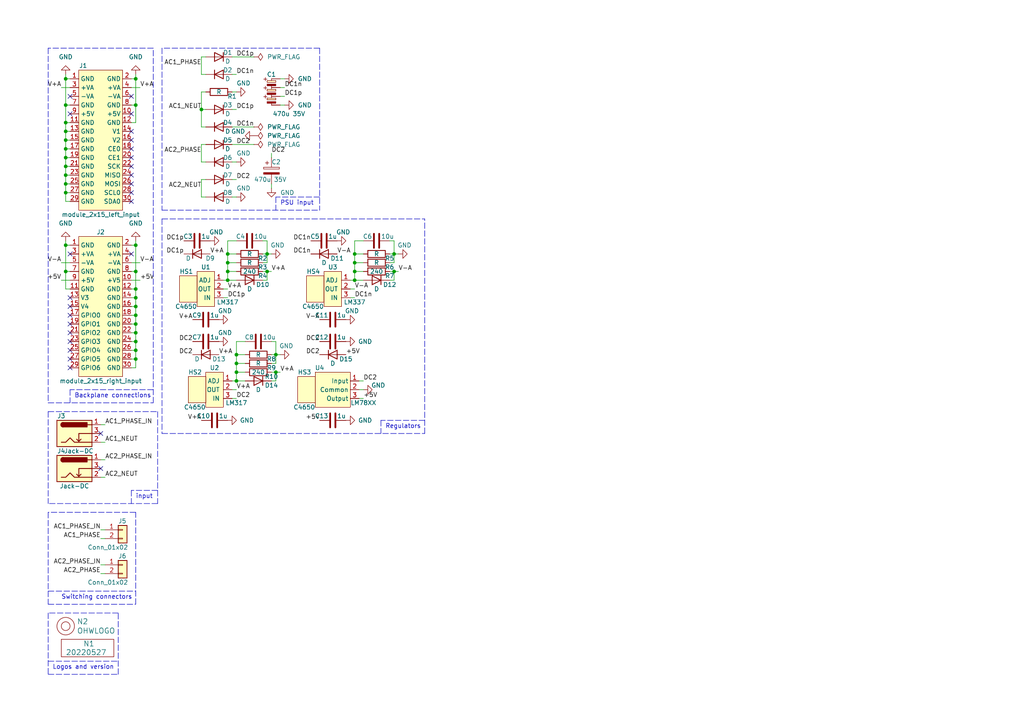
<source format=kicad_sch>
(kicad_sch (version 20211123) (generator eeschema)
  (paper "A4")
  (lib_symbols
    (symbol "Connector:Barrel_Jack_Switch" (pin_names hide)
      (property "Reference" "J" (at 0 5.334 0))
      (property "Value" "Barrel_Jack_Switch" (at 0 -5.08 0))
      (symbol "Barrel_Jack_Switch_0_1"
        (rectangle (start -5.08 3.81) (end 5.08 -3.81) (stroke (width 0.254)) (fill (type background)))
        (arc (start -3.302 3.175) (mid -3.937 2.54) (end -3.302 1.905) (stroke (width 0.254)))
        (arc (start -3.302 3.175) (mid -3.937 2.54) (end -3.302 1.905) (stroke (width 0.254)) (fill (type outline)))
        (polyline (pts (xy 1.27 -2.286) (xy 1.905 -1.651)) (stroke (width 0.254)))
        (polyline (pts (xy 5.08 2.54) (xy 3.81 2.54)) (stroke (width 0.254)))
        (polyline (pts (xy 5.08 0) (xy 1.27 0) (xy 1.27 -2.286) (xy 0.635 -1.651)) (stroke (width 0.254)))
        (polyline (pts (xy -3.81 -2.54) (xy -2.54 -2.54) (xy -1.27 -1.27) (xy 0 -2.54) (xy 2.54 -2.54) (xy 5.08 -2.54)) (stroke (width 0.254)))
        (rectangle (start 3.683 3.175) (end -3.302 1.905) (stroke (width 0.254)) (fill (type outline)))
      )
      (symbol "Barrel_Jack_Switch_1_1"
        (pin passive line (at 7.62 2.54 180) (length 2.54) (name "~") (number "1"))
        (pin passive line (at 7.62 -2.54 180) (length 2.54) (name "~") (number "2"))
        (pin passive line (at 7.62 0 180) (length 2.54) (name "~") (number "3"))
      )
    )
    (symbol "Connector_Generic:Conn_01x02" (pin_names (offset 1.016) hide)
      (property "Reference" "J" (at 0 2.54 0))
      (property "Value" "Conn_01x02" (at 0 -5.08 0))
      (symbol "Conn_01x02_1_1"
        (rectangle (start -1.27 -2.413) (end 0 -2.667) (stroke (width 0.1524)))
        (rectangle (start -1.27 0.127) (end 0 -0.127) (stroke (width 0.1524)))
        (rectangle (start -1.27 1.27) (end 1.27 -3.81) (stroke (width 0.254)) (fill (type background)))
        (pin passive line (at -5.08 0 0) (length 3.81) (name "Pin_1") (number "1"))
        (pin passive line (at -5.08 -2.54 0) (length 3.81) (name "Pin_2") (number "2"))
      )
    )
    (symbol "Device:C" (pin_numbers hide) (pin_names (offset 0.254))
      (property "Reference" "C" (at 0.635 2.54 0))
      (property "Value" "C" (at 0.635 -2.54 0))
      (symbol "C_0_1"
        (polyline (pts (xy -2.032 -0.762) (xy 2.032 -0.762)) (stroke (width 0.508)))
        (polyline (pts (xy -2.032 0.762) (xy 2.032 0.762)) (stroke (width 0.508)))
      )
      (symbol "C_1_1"
        (pin passive line (at 0 3.81 270) (length 2.794) (name "~") (number "1"))
        (pin passive line (at 0 -3.81 90) (length 2.794) (name "~") (number "2"))
      )
    )
    (symbol "Device:C_Polarized" (pin_numbers hide) (pin_names (offset 0.254))
      (property "Reference" "C" (at 0.635 2.54 0))
      (property "Value" "C_Polarized" (at 0.635 -2.54 0))
      (symbol "C_Polarized_0_1"
        (rectangle (start -2.286 0.508) (end 2.286 1.016))
        (polyline (pts (xy -1.778 2.286) (xy -0.762 2.286)))
        (polyline (pts (xy -1.27 2.794) (xy -1.27 1.778)))
        (rectangle (start 2.286 -0.508) (end -2.286 -1.016) (fill (type outline)))
      )
      (symbol "C_Polarized_1_1"
        (pin passive line (at 0 3.81 270) (length 2.794) (name "~") (number "1"))
        (pin passive line (at 0 -3.81 90) (length 2.794) (name "~") (number "2"))
      )
    )
    (symbol "Device:D" (pin_numbers hide) (pin_names (offset 1.016) hide)
      (property "Reference" "D" (at 0 2.54 0))
      (property "Value" "D" (at 0 -2.54 0))
      (symbol "D_0_1"
        (polyline (pts (xy -1.27 1.27) (xy -1.27 -1.27)) (stroke (width 0.254)))
        (polyline (pts (xy 1.27 0) (xy -1.27 0)))
        (polyline (pts (xy 1.27 1.27) (xy 1.27 -1.27) (xy -1.27 0) (xy 1.27 1.27)) (stroke (width 0.254)))
      )
      (symbol "D_1_1"
        (pin passive line (at -3.81 0 0) (length 2.54) (name "K") (number "1"))
        (pin passive line (at 3.81 0 180) (length 2.54) (name "A") (number "2"))
      )
    )
    (symbol "Device:R" (pin_numbers hide) (pin_names (offset 0))
      (property "Reference" "R" (at 2.032 0 90))
      (property "Value" "R" (at 0 0 90))
      (symbol "R_0_1"
        (rectangle (start -1.016 -2.54) (end 1.016 2.54) (stroke (width 0.254)))
      )
      (symbol "R_1_1"
        (pin passive line (at 0 3.81 270) (length 1.27) (name "~") (number "1"))
        (pin passive line (at 0 -3.81 90) (length 1.27) (name "~") (number "2"))
      )
    )
    (symbol "SquantorConnectorsNamed:module_2x15_left_input"
      (property "Reference" "J" (at 0 21.59 0))
      (property "Value" "module_2x15_left_input" (at 0 -21.59 0))
      (symbol "module_2x15_left_input_0_1"
        (rectangle (start -6.35 20.32) (end 6.35 -20.32) (fill (type background)))
      )
      (symbol "module_2x15_left_input_1_1"
        (pin power_in line (at -8.89 17.78 0) (length 2.54) (name "GND") (number "1"))
        (pin power_in line (at 8.89 7.62 180) (length 2.54) (name "+5V") (number "10"))
        (pin power_in line (at -8.89 5.08 0) (length 2.54) (name "GND") (number "11"))
        (pin power_in line (at 8.89 5.08 180) (length 2.54) (name "GND") (number "12"))
        (pin power_in line (at -8.89 2.54 0) (length 2.54) (name "GND") (number "13"))
        (pin power_in line (at 8.89 2.54 180) (length 2.54) (name "V1") (number "14"))
        (pin power_in line (at -8.89 0 0) (length 2.54) (name "GND") (number "15"))
        (pin power_in line (at 8.89 0 180) (length 2.54) (name "V2") (number "16"))
        (pin power_in line (at -8.89 -2.54 0) (length 2.54) (name "GND") (number "17"))
        (pin input line (at 8.89 -2.54 180) (length 2.54) (name "CE0") (number "18"))
        (pin power_in line (at -8.89 -5.08 0) (length 2.54) (name "GND") (number "19"))
        (pin power_in line (at 8.89 17.78 180) (length 2.54) (name "GND") (number "2"))
        (pin input line (at 8.89 -5.08 180) (length 2.54) (name "CE1") (number "20"))
        (pin power_in line (at -8.89 -7.62 0) (length 2.54) (name "GND") (number "21"))
        (pin input line (at 8.89 -7.62 180) (length 2.54) (name "SCK") (number "22"))
        (pin power_in line (at -8.89 -10.16 0) (length 2.54) (name "GND") (number "23"))
        (pin bidirectional line (at 8.89 -10.16 180) (length 2.54) (name "MISO") (number "24"))
        (pin power_in line (at -8.89 -12.7 0) (length 2.54) (name "GND") (number "25"))
        (pin input line (at 8.89 -12.7 180) (length 2.54) (name "MOSI") (number "26"))
        (pin power_in line (at -8.89 -15.24 0) (length 2.54) (name "GND") (number "27"))
        (pin bidirectional line (at 8.89 -15.24 180) (length 2.54) (name "SCL0") (number "28"))
        (pin power_in line (at -8.89 -17.78 0) (length 2.54) (name "GND") (number "29"))
        (pin power_in line (at -8.89 15.24 0) (length 2.54) (name "+VA") (number "3"))
        (pin bidirectional line (at 8.89 -17.78 180) (length 2.54) (name "SDA0") (number "30"))
        (pin power_in line (at 8.89 15.24 180) (length 2.54) (name "+VA") (number "4"))
        (pin power_in line (at -8.89 12.7 0) (length 2.54) (name "-VA") (number "5"))
        (pin power_in line (at 8.89 12.7 180) (length 2.54) (name "-VA") (number "6"))
        (pin power_in line (at -8.89 10.16 0) (length 2.54) (name "GND") (number "7"))
        (pin power_in line (at 8.89 10.16 180) (length 2.54) (name "GND") (number "8"))
        (pin power_in line (at -8.89 7.62 0) (length 2.54) (name "+5V") (number "9"))
      )
    )
    (symbol "SquantorConnectorsNamed:module_2x15_right_input"
      (property "Reference" "J" (at 0 19.05 0))
      (property "Value" "module_2x15_right_input" (at 0 -24.13 0))
      (symbol "module_2x15_right_input_0_1"
        (rectangle (start -6.35 17.78) (end 6.35 -22.86) (fill (type background)))
      )
      (symbol "module_2x15_right_input_1_1"
        (pin power_in line (at -8.89 15.24 0) (length 2.54) (name "GND") (number "1"))
        (pin power_in line (at 8.89 5.08 180) (length 2.54) (name "+V5") (number "10"))
        (pin power_in line (at -8.89 2.54 0) (length 2.54) (name "GND") (number "11"))
        (pin power_in line (at 8.89 2.54 180) (length 2.54) (name "GND") (number "12"))
        (pin power_in line (at -8.89 0 0) (length 2.54) (name "V3") (number "13"))
        (pin power_in line (at 8.89 0 180) (length 2.54) (name "GND") (number "14"))
        (pin power_in line (at -8.89 -2.54 0) (length 2.54) (name "V4") (number "15"))
        (pin power_in line (at 8.89 -2.54 180) (length 2.54) (name "GND") (number "16"))
        (pin bidirectional line (at -8.89 -5.08 0) (length 2.54) (name "GPIO0") (number "17"))
        (pin power_in line (at 8.89 -5.08 180) (length 2.54) (name "GND") (number "18"))
        (pin bidirectional line (at -8.89 -7.62 0) (length 2.54) (name "GPIO1") (number "19"))
        (pin power_in line (at 8.89 15.24 180) (length 2.54) (name "GND") (number "2"))
        (pin power_in line (at 8.89 -7.62 180) (length 2.54) (name "GND") (number "20"))
        (pin bidirectional line (at -8.89 -10.16 0) (length 2.54) (name "GPIO2") (number "21"))
        (pin power_in line (at 8.89 -10.16 180) (length 2.54) (name "GND") (number "22"))
        (pin bidirectional line (at -8.89 -12.7 0) (length 2.54) (name "GPIO3") (number "23"))
        (pin power_in line (at 8.89 -12.7 180) (length 2.54) (name "GND") (number "24"))
        (pin bidirectional line (at -8.89 -15.24 0) (length 2.54) (name "GPIO4") (number "25"))
        (pin power_in line (at 8.89 -15.24 180) (length 2.54) (name "GND") (number "26"))
        (pin bidirectional line (at -8.89 -17.78 0) (length 2.54) (name "GPIO5") (number "27"))
        (pin power_in line (at 8.89 -17.78 180) (length 2.54) (name "GND") (number "28"))
        (pin bidirectional line (at -8.89 -20.32 0) (length 2.54) (name "GPIO6") (number "29"))
        (pin power_in line (at -8.89 12.7 0) (length 2.54) (name "+VA") (number "3"))
        (pin power_in line (at 8.89 -20.32 180) (length 2.54) (name "GND") (number "30"))
        (pin power_in line (at 8.89 12.7 180) (length 2.54) (name "+VA") (number "4"))
        (pin power_in line (at -8.89 10.16 0) (length 2.54) (name "-VA") (number "5"))
        (pin power_in line (at 8.89 10.16 180) (length 2.54) (name "-VA") (number "6"))
        (pin power_in line (at -8.89 7.62 0) (length 2.54) (name "GND") (number "7"))
        (pin power_in line (at 8.89 7.62 180) (length 2.54) (name "GND") (number "8"))
        (pin power_in line (at -8.89 5.08 0) (length 2.54) (name "+5V") (number "9"))
      )
    )
    (symbol "SquantorDevice:C_Polarized_3x" (pin_numbers hide) (pin_names hide)
      (property "Reference" "C" (at 0 5.08 0))
      (property "Value" "C_Polarized_3x" (at 0 -5.08 0))
      (symbol "C_Polarized_3x_0_0"
        (polyline (pts (xy 0 -3.302) (xy 0 -3.81)))
        (polyline (pts (xy 0 -0.762) (xy 0 -1.778)))
        (polyline (pts (xy 0 1.778) (xy 0 0.762)))
        (polyline (pts (xy 0 3.81) (xy 0 3.302)))
        (text "+" (at -1.778 -1.27 0) (effects (font (size 1.27 1.27))))
        (text "+" (at -1.778 1.27 0) (effects (font (size 1.27 1.27))))
        (text "+" (at -1.778 3.81 0) (effects (font (size 1.27 1.27))))
      )
      (symbol "C_Polarized_3x_0_1"
        (rectangle (start -1.27 -3.302) (end 1.27 -2.794) (fill (type outline)))
        (rectangle (start -1.27 -1.778) (end 1.27 -2.286) (fill (type background)))
        (rectangle (start -1.27 -0.762) (end 1.27 -0.254) (fill (type outline)))
        (rectangle (start -1.27 0.762) (end 1.27 0.254) (fill (type background)))
        (rectangle (start -1.27 1.778) (end 1.27 2.286) (fill (type outline)))
        (rectangle (start -1.27 3.302) (end 1.27 2.794) (fill (type background)))
      )
      (symbol "C_Polarized_3x_1_1"
        (pin passive line (at 2.54 3.81 180) (length 2.54) (name "~") (number "1"))
        (pin passive line (at 2.54 1.27 180) (length 2.54) (name "~") (number "2"))
        (pin passive line (at 2.54 -1.27 180) (length 2.54) (name "~") (number "3"))
        (pin passive line (at 2.54 -3.81 180) (length 2.54) (name "~") (number "4"))
      )
    )
    (symbol "SquantorGenericAnalog:LM317" (pin_names (offset 1.016))
      (property "Reference" "U" (at 0 6.35 0))
      (property "Value" "LM317" (at 0 -6.35 0))
      (symbol "LM317_0_1"
        (polyline (pts (xy -2.54 5.08) (xy -2.54 -5.08) (xy 2.54 -5.08) (xy 2.54 5.08) (xy -2.54 5.08)) (fill (type background)))
      )
      (symbol "LM317_1_1"
        (pin input line (at -5.08 2.54 0) (length 2.54) (name "ADJ") (number "1"))
        (pin power_out line (at -5.08 0 0) (length 2.54) (name "OUT") (number "2"))
        (pin power_in line (at -5.08 -2.54 0) (length 2.54) (name "IN") (number "3"))
      )
    )
    (symbol "SquantorGenericAnalog:LM78XX"
      (property "Reference" "U" (at -3.81 6.35 0))
      (property "Value" "LM78XX" (at 1.27 -6.35 0))
      (symbol "LM78XX_0_1"
        (rectangle (start -5.08 5.08) (end 5.08 -5.08) (fill (type background)))
      )
      (symbol "LM78XX_1_1"
        (pin power_in line (at -7.62 2.54 0) (length 2.54) (name "Input") (number "1"))
        (pin power_in line (at -7.62 0 0) (length 2.54) (name "Common") (number "2"))
        (pin power_out line (at -7.62 -2.54 0) (length 2.54) (name "Output") (number "3"))
      )
    )
    (symbol "SquantorLabels:OHWLOGO" (pin_names (offset 1.016))
      (property "Reference" "N" (at 0 3.81 0))
      (property "Value" "OHWLOGO" (at 0 -3.81 0))
      (symbol "OHWLOGO_0_1"
        (circle (center 0 0) (radius 1.27))
        (circle (center 0 0) (radius 2.54))
      )
    )
    (symbol "SquantorLabels:VYYYYMMDD" (pin_names (offset 1.016))
      (property "Reference" "N" (at 0 2.54 0))
      (property "Value" "VYYYYMMDD" (at 0 0 0))
      (symbol "VYYYYMMDD_0_1"
        (rectangle (start 7.62 -1.27) (end -7.62 3.81))
      )
    )
    (symbol "SquantorSpecial:Heatsink" (pin_names (offset 1.016))
      (property "Reference" "HS" (at 0 3.81 0))
      (property "Value" "Heatsink" (at 0 -3.81 0))
      (symbol "Heatsink_0_1"
        (rectangle (start -3.81 2.54) (end 3.81 -2.54) (fill (type background)))
      )
    )
    (symbol "power:GND" (power) (pin_names (offset 0))
      (property "Value" "GND" (at 0 -3.81 0))
      (symbol "GND_0_1"
        (polyline (pts (xy 0 0) (xy 0 -1.27) (xy 1.27 -1.27) (xy 0 -2.54) (xy -1.27 -1.27) (xy 0 -1.27)))
      )
      (symbol "GND_1_1"
        (pin power_in line (at 0 0 270) (length 0) hide (name "GND") (number "1"))
      )
    )
    (symbol "power:PWR_FLAG" (power) (pin_numbers hide) (pin_names (offset 0) hide)
      (property "Value" "PWR_FLAG" (at 0 3.81 0))
      (symbol "PWR_FLAG_0_0"
        (pin power_out line (at 0 0 90) (length 0) (name "pwr") (number "1"))
      )
      (symbol "PWR_FLAG_0_1"
        (polyline (pts (xy 0 0) (xy 0 1.27) (xy -1.016 1.905) (xy 0 2.54) (xy 1.016 1.905) (xy 0 1.27)))
      )
    )
  )
  (junction (at 19.05 71.12))
  (junction (at 102.87 76.2))
  (junction (at 102.87 78.74))
  (junction (at 19.05 38.1))
  (junction (at 39.37 101.6))
  (junction (at 19.05 48.26))
  (junction (at 19.05 55.88))
  (junction (at 39.37 91.44))
  (junction (at 39.37 22.86))
  (junction (at 19.05 35.56))
  (junction (at 39.37 88.9))
  (junction (at 19.05 40.64))
  (junction (at 39.37 104.14))
  (junction (at 102.87 73.66))
  (junction (at 114.3 73.66))
  (junction (at 19.05 53.34))
  (junction (at 80.01 102.87))
  (junction (at 68.58 107.95))
  (junction (at 77.47 78.74))
  (junction (at 19.05 78.74))
  (junction (at 39.37 96.52))
  (junction (at 39.37 86.36))
  (junction (at 102.87 81.28))
  (junction (at 66.04 78.74))
  (junction (at 66.04 81.28))
  (junction (at 68.58 102.87))
  (junction (at 77.47 73.66))
  (junction (at 58.42 31.75))
  (junction (at 68.58 105.41))
  (junction (at 66.04 73.66))
  (junction (at 19.05 50.8))
  (junction (at 80.01 107.95))
  (junction (at 39.37 30.48))
  (junction (at 66.04 76.2))
  (junction (at 114.3 78.74))
  (junction (at 19.05 43.18))
  (junction (at 19.05 30.48))
  (junction (at 19.05 45.72))
  (junction (at 39.37 71.12))
  (junction (at 68.58 110.49))
  (junction (at 39.37 99.06))
  (junction (at 19.05 22.86))
  (junction (at 39.37 93.98))
  (junction (at 39.37 78.74))
  (junction (at 39.37 83.82))
  (no_connect (at 38.1 50.8))
  (no_connect (at 20.32 27.94))
  (no_connect (at 38.1 38.1))
  (no_connect (at 38.1 55.88))
  (no_connect (at 38.1 43.18))
  (no_connect (at 20.32 99.06))
  (no_connect (at 20.32 73.66))
  (no_connect (at 38.1 27.94))
  (no_connect (at 38.1 48.26))
  (no_connect (at 20.32 86.36))
  (no_connect (at 20.32 88.9))
  (no_connect (at 20.32 33.02))
  (no_connect (at 38.1 40.64))
  (no_connect (at 20.32 104.14))
  (no_connect (at 38.1 73.66))
  (no_connect (at 38.1 53.34))
  (no_connect (at 20.32 96.52))
  (no_connect (at 20.32 106.68))
  (no_connect (at 38.1 58.42))
  (no_connect (at 38.1 45.72))
  (no_connect (at 29.21 135.89))
  (no_connect (at 20.32 91.44))
  (no_connect (at 20.32 93.98))
  (no_connect (at 29.21 125.73))
  (no_connect (at 20.32 101.6))
  (no_connect (at 38.1 33.02))
  (wire (pts (xy 114.3 81.28) (xy 114.3 78.74)))
  (polyline (pts (xy 20.32 113.03) (xy 20.32 116.84)))
  (wire (pts (xy 29.21 163.83) (xy 30.48 163.83)))
  (wire (pts (xy 19.05 53.34) (xy 19.05 55.88)))
  (wire (pts (xy 80.01 105.41) (xy 80.01 102.87)))
  (wire (pts (xy 114.3 73.66) (xy 114.3 69.85)))
  (wire (pts (xy 19.05 35.56) (xy 19.05 38.1)))
  (wire (pts (xy 19.05 45.72) (xy 20.32 45.72)))
  (wire (pts (xy 19.05 30.48) (xy 20.32 30.48)))
  (polyline (pts (xy 123.19 121.92) (xy 110.49 121.92)))
  (wire (pts (xy 19.05 43.18) (xy 20.32 43.18)))
  (wire (pts (xy 113.03 73.66) (xy 114.3 73.66)))
  (wire (pts (xy 29.21 138.43) (xy 30.48 138.43)))
  (wire (pts (xy 101.6 81.28) (xy 102.87 81.28)))
  (wire (pts (xy 19.05 55.88) (xy 20.32 55.88)))
  (wire (pts (xy 19.05 22.86) (xy 19.05 30.48)))
  (polyline (pts (xy 123.19 125.73) (xy 123.19 63.5)))
  (wire (pts (xy 67.31 113.03) (xy 68.58 113.03)))
  (wire (pts (xy 68.58 99.06) (xy 68.58 102.87)))
  (wire (pts (xy 81.28 30.48) (xy 82.55 30.48)))
  (wire (pts (xy 68.58 105.41) (xy 71.12 105.41)))
  (wire (pts (xy 67.31 26.67) (xy 68.58 26.67)))
  (wire (pts (xy 38.1 25.4) (xy 40.64 25.4)))
  (wire (pts (xy 39.37 71.12) (xy 39.37 69.85)))
  (wire (pts (xy 67.31 31.75) (xy 68.58 31.75)))
  (wire (pts (xy 19.05 45.72) (xy 19.05 48.26)))
  (wire (pts (xy 39.37 88.9) (xy 39.37 86.36)))
  (polyline (pts (xy 13.97 177.8) (xy 13.97 195.58)))
  (wire (pts (xy 67.31 57.15) (xy 68.58 57.15)))
  (polyline (pts (xy 13.97 119.38) (xy 13.97 146.05)))
  (polyline (pts (xy 34.29 177.8) (xy 13.97 177.8)))
  (wire (pts (xy 38.1 76.2) (xy 40.64 76.2)))
  (wire (pts (xy 19.05 21.59) (xy 19.05 22.86)))
  (wire (pts (xy 64.77 83.82) (xy 66.04 83.82)))
  (polyline (pts (xy 46.99 13.97) (xy 46.99 60.96)))
  (wire (pts (xy 80.01 102.87) (xy 81.28 102.87)))
  (wire (pts (xy 58.42 31.75) (xy 59.69 31.75)))
  (wire (pts (xy 39.37 91.44) (xy 39.37 88.9)))
  (wire (pts (xy 38.1 81.28) (xy 40.64 81.28)))
  (wire (pts (xy 58.42 52.07) (xy 58.42 57.15)))
  (wire (pts (xy 59.69 16.51) (xy 58.42 16.51)))
  (polyline (pts (xy 46.99 63.5) (xy 123.19 63.5)))
  (wire (pts (xy 104.14 113.03) (xy 105.41 113.03)))
  (polyline (pts (xy 45.72 142.24) (xy 38.1 142.24)))
  (polyline (pts (xy 13.97 175.26) (xy 39.37 175.26)))
  (polyline (pts (xy 44.45 116.84) (xy 44.45 13.97)))
  (wire (pts (xy 113.03 76.2) (xy 114.3 76.2)))
  (wire (pts (xy 59.69 57.15) (xy 58.42 57.15)))
  (wire (pts (xy 19.05 38.1) (xy 19.05 40.64)))
  (wire (pts (xy 29.21 128.27) (xy 30.48 128.27)))
  (wire (pts (xy 39.37 22.86) (xy 38.1 22.86)))
  (wire (pts (xy 19.05 50.8) (xy 19.05 53.34)))
  (wire (pts (xy 102.87 76.2) (xy 102.87 78.74)))
  (wire (pts (xy 80.01 102.87) (xy 80.01 99.06)))
  (wire (pts (xy 59.69 21.59) (xy 58.42 21.59)))
  (wire (pts (xy 39.37 35.56) (xy 38.1 35.56)))
  (wire (pts (xy 39.37 106.68) (xy 39.37 104.14)))
  (wire (pts (xy 68.58 73.66) (xy 66.04 73.66)))
  (polyline (pts (xy 13.97 119.38) (xy 45.72 119.38)))
  (wire (pts (xy 58.42 41.91) (xy 58.42 46.99)))
  (wire (pts (xy 66.04 73.66) (xy 66.04 76.2)))
  (wire (pts (xy 66.04 76.2) (xy 68.58 76.2)))
  (polyline (pts (xy 92.71 13.97) (xy 92.71 60.96)))
  (polyline (pts (xy 13.97 116.84) (xy 44.45 116.84)))
  (polyline (pts (xy 13.97 148.59) (xy 13.97 175.26)))
  (wire (pts (xy 58.42 36.83) (xy 59.69 36.83)))
  (wire (pts (xy 71.12 99.06) (xy 68.58 99.06)))
  (wire (pts (xy 102.87 73.66) (xy 102.87 76.2)))
  (wire (pts (xy 19.05 43.18) (xy 19.05 45.72)))
  (wire (pts (xy 81.28 27.94) (xy 82.55 27.94)))
  (wire (pts (xy 39.37 30.48) (xy 39.37 35.56)))
  (wire (pts (xy 19.05 38.1) (xy 20.32 38.1)))
  (wire (pts (xy 78.74 44.45) (xy 78.74 45.72)))
  (wire (pts (xy 67.31 21.59) (xy 68.58 21.59)))
  (polyline (pts (xy 45.72 119.38) (xy 45.72 146.05)))
  (wire (pts (xy 38.1 106.68) (xy 39.37 106.68)))
  (wire (pts (xy 58.42 52.07) (xy 59.69 52.07)))
  (wire (pts (xy 19.05 58.42) (xy 20.32 58.42)))
  (wire (pts (xy 76.2 73.66) (xy 77.47 73.66)))
  (wire (pts (xy 38.1 104.14) (xy 39.37 104.14)))
  (wire (pts (xy 19.05 71.12) (xy 19.05 69.85)))
  (wire (pts (xy 38.1 86.36) (xy 39.37 86.36)))
  (polyline (pts (xy 46.99 125.73) (xy 123.19 125.73)))
  (wire (pts (xy 68.58 102.87) (xy 68.58 105.41)))
  (wire (pts (xy 17.78 76.2) (xy 20.32 76.2)))
  (wire (pts (xy 77.47 69.85) (xy 76.2 69.85)))
  (wire (pts (xy 17.78 81.28) (xy 20.32 81.28)))
  (polyline (pts (xy 38.1 142.24) (xy 38.1 146.05)))
  (wire (pts (xy 39.37 21.59) (xy 39.37 22.86)))
  (wire (pts (xy 19.05 48.26) (xy 19.05 50.8)))
  (wire (pts (xy 78.74 107.95) (xy 80.01 107.95)))
  (wire (pts (xy 19.05 35.56) (xy 20.32 35.56)))
  (wire (pts (xy 19.05 48.26) (xy 20.32 48.26)))
  (wire (pts (xy 104.14 110.49) (xy 105.41 110.49)))
  (wire (pts (xy 29.21 156.21) (xy 30.48 156.21)))
  (wire (pts (xy 19.05 50.8) (xy 20.32 50.8)))
  (wire (pts (xy 77.47 76.2) (xy 77.47 73.66)))
  (wire (pts (xy 68.58 105.41) (xy 68.58 107.95)))
  (wire (pts (xy 58.42 26.67) (xy 58.42 31.75)))
  (wire (pts (xy 19.05 30.48) (xy 19.05 35.56)))
  (wire (pts (xy 113.03 78.74) (xy 114.3 78.74)))
  (wire (pts (xy 39.37 101.6) (xy 39.37 99.06)))
  (wire (pts (xy 77.47 81.28) (xy 77.47 78.74)))
  (polyline (pts (xy 44.45 113.03) (xy 20.32 113.03)))
  (wire (pts (xy 114.3 69.85) (xy 113.03 69.85)))
  (wire (pts (xy 38.1 83.82) (xy 39.37 83.82)))
  (wire (pts (xy 67.31 115.57) (xy 68.58 115.57)))
  (polyline (pts (xy 46.99 60.96) (xy 92.71 60.96)))
  (wire (pts (xy 19.05 53.34) (xy 20.32 53.34)))
  (wire (pts (xy 39.37 78.74) (xy 39.37 71.12)))
  (wire (pts (xy 38.1 96.52) (xy 39.37 96.52)))
  (polyline (pts (xy 46.99 63.5) (xy 46.99 125.73)))
  (wire (pts (xy 67.31 52.07) (xy 68.58 52.07)))
  (wire (pts (xy 102.87 78.74) (xy 105.41 78.74)))
  (wire (pts (xy 80.01 110.49) (xy 80.01 107.95)))
  (wire (pts (xy 64.77 81.28) (xy 66.04 81.28)))
  (wire (pts (xy 29.21 133.35) (xy 30.48 133.35)))
  (wire (pts (xy 67.31 36.83) (xy 73.66 36.83)))
  (wire (pts (xy 68.58 107.95) (xy 71.12 107.95)))
  (wire (pts (xy 102.87 76.2) (xy 105.41 76.2)))
  (wire (pts (xy 105.41 73.66) (xy 102.87 73.66)))
  (wire (pts (xy 29.21 123.19) (xy 30.48 123.19)))
  (wire (pts (xy 19.05 40.64) (xy 19.05 43.18)))
  (wire (pts (xy 105.41 81.28) (xy 102.87 81.28)))
  (wire (pts (xy 78.74 102.87) (xy 80.01 102.87)))
  (wire (pts (xy 29.21 153.67) (xy 30.48 153.67)))
  (wire (pts (xy 39.37 30.48) (xy 38.1 30.48)))
  (wire (pts (xy 114.3 78.74) (xy 115.57 78.74)))
  (wire (pts (xy 77.47 73.66) (xy 77.47 69.85)))
  (wire (pts (xy 58.42 31.75) (xy 58.42 36.83)))
  (wire (pts (xy 59.69 26.67) (xy 58.42 26.67)))
  (wire (pts (xy 39.37 99.06) (xy 39.37 96.52)))
  (polyline (pts (xy 34.29 195.58) (xy 34.29 177.8)))
  (wire (pts (xy 17.78 25.4) (xy 20.32 25.4)))
  (wire (pts (xy 39.37 86.36) (xy 39.37 83.82)))
  (wire (pts (xy 101.6 86.36) (xy 102.87 86.36)))
  (polyline (pts (xy 13.97 195.58) (xy 34.29 195.58)))
  (wire (pts (xy 39.37 93.98) (xy 39.37 91.44)))
  (wire (pts (xy 102.87 81.28) (xy 102.87 78.74)))
  (wire (pts (xy 38.1 78.74) (xy 39.37 78.74)))
  (polyline (pts (xy 13.97 13.97) (xy 13.97 116.84)))
  (wire (pts (xy 113.03 81.28) (xy 114.3 81.28)))
  (wire (pts (xy 71.12 110.49) (xy 68.58 110.49)))
  (wire (pts (xy 68.58 110.49) (xy 68.58 107.95)))
  (wire (pts (xy 66.04 76.2) (xy 66.04 78.74)))
  (wire (pts (xy 78.74 53.34) (xy 78.74 54.61)))
  (wire (pts (xy 66.04 78.74) (xy 68.58 78.74)))
  (wire (pts (xy 66.04 69.85) (xy 66.04 73.66)))
  (wire (pts (xy 81.28 22.86) (xy 82.55 22.86)))
  (wire (pts (xy 71.12 102.87) (xy 68.58 102.87)))
  (wire (pts (xy 29.21 166.37) (xy 30.48 166.37)))
  (wire (pts (xy 38.1 71.12) (xy 39.37 71.12)))
  (wire (pts (xy 67.31 110.49) (xy 68.58 110.49)))
  (wire (pts (xy 67.31 16.51) (xy 73.66 16.51)))
  (wire (pts (xy 101.6 83.82) (xy 102.87 83.82)))
  (wire (pts (xy 39.37 96.52) (xy 39.37 93.98)))
  (wire (pts (xy 67.31 46.99) (xy 68.58 46.99)))
  (polyline (pts (xy 39.37 175.26) (xy 39.37 148.59)))
  (wire (pts (xy 64.77 86.36) (xy 66.04 86.36)))
  (polyline (pts (xy 13.97 171.45) (xy 39.37 171.45)))
  (wire (pts (xy 114.3 73.66) (xy 115.57 73.66)))
  (wire (pts (xy 39.37 22.86) (xy 39.37 30.48)))
  (wire (pts (xy 39.37 83.82) (xy 39.37 78.74)))
  (wire (pts (xy 38.1 91.44) (xy 39.37 91.44)))
  (wire (pts (xy 77.47 78.74) (xy 78.74 78.74)))
  (wire (pts (xy 80.01 99.06) (xy 78.74 99.06)))
  (polyline (pts (xy 45.72 146.05) (xy 13.97 146.05)))
  (wire (pts (xy 19.05 83.82) (xy 19.05 78.74)))
  (wire (pts (xy 39.37 104.14) (xy 39.37 101.6)))
  (wire (pts (xy 38.1 88.9) (xy 39.37 88.9)))
  (wire (pts (xy 80.01 107.95) (xy 81.28 107.95)))
  (wire (pts (xy 19.05 55.88) (xy 19.05 58.42)))
  (wire (pts (xy 59.69 41.91) (xy 58.42 41.91)))
  (wire (pts (xy 19.05 78.74) (xy 19.05 71.12)))
  (wire (pts (xy 20.32 78.74) (xy 19.05 78.74)))
  (wire (pts (xy 76.2 81.28) (xy 77.47 81.28)))
  (wire (pts (xy 102.87 69.85) (xy 102.87 73.66)))
  (wire (pts (xy 38.1 101.6) (xy 39.37 101.6)))
  (wire (pts (xy 38.1 93.98) (xy 39.37 93.98)))
  (wire (pts (xy 19.05 22.86) (xy 20.32 22.86)))
  (wire (pts (xy 78.74 105.41) (xy 80.01 105.41)))
  (polyline (pts (xy 110.49 121.92) (xy 110.49 125.73)))
  (polyline (pts (xy 92.71 57.15) (xy 80.01 57.15)))
  (polyline (pts (xy 39.37 148.59) (xy 13.97 148.59)))
  (wire (pts (xy 76.2 76.2) (xy 77.47 76.2)))
  (wire (pts (xy 114.3 76.2) (xy 114.3 73.66)))
  (wire (pts (xy 20.32 83.82) (xy 19.05 83.82)))
  (wire (pts (xy 68.58 81.28) (xy 66.04 81.28)))
  (wire (pts (xy 58.42 16.51) (xy 58.42 21.59)))
  (polyline (pts (xy 80.01 57.15) (xy 80.01 60.96)))
  (wire (pts (xy 38.1 99.06) (xy 39.37 99.06)))
  (wire (pts (xy 20.32 71.12) (xy 19.05 71.12)))
  (wire (pts (xy 19.05 40.64) (xy 20.32 40.64)))
  (polyline (pts (xy 13.97 191.77) (xy 34.29 191.77)))
  (wire (pts (xy 77.47 73.66) (xy 78.74 73.66)))
  (polyline (pts (xy 44.45 13.97) (xy 13.97 13.97)))
  (wire (pts (xy 76.2 78.74) (xy 77.47 78.74)))
  (wire (pts (xy 81.28 25.4) (xy 82.55 25.4)))
  (wire (pts (xy 78.74 110.49) (xy 80.01 110.49)))
  (polyline (pts (xy 92.71 13.97) (xy 46.99 13.97)))
  (wire (pts (xy 104.14 115.57) (xy 105.41 115.57)))
  (wire (pts (xy 105.41 69.85) (xy 102.87 69.85)))
  (wire (pts (xy 67.31 41.91) (xy 73.66 41.91)))
  (wire (pts (xy 68.58 69.85) (xy 66.04 69.85)))
  (wire (pts (xy 59.69 46.99) (xy 58.42 46.99)))
  (wire (pts (xy 66.04 81.28) (xy 66.04 78.74)))
  (text "Backplane connections" (at 21.59 115.57 0) (effects (font (size 1.27 1.27)) (justify left bottom)))
  (text "input" (at 39.37 144.78 0) (effects (font (size 1.27 1.27)) (justify left bottom)))
  (text "Logos and version" (at 15.24 194.31 0) (effects (font (size 1.27 1.27)) (justify left bottom)))
  (text "PSU input" (at 81.28 59.69 0) (effects (font (size 1.27 1.27)) (justify left bottom)))
  (text "Switching connectors" (at 17.78 173.99 0) (effects (font (size 1.27 1.27)) (justify left bottom)))
  (text "Regulators" (at 111.76 124.46 0) (effects (font (size 1.27 1.27)) (justify left bottom)))
  (label "DC1n" (at 102.87 86.36 0))
  (label "DC2" (at 68.58 52.07 0))
  (label "V+A" (at 78.74 78.74 0))
  (label "AC2_NEUT" (at 58.42 54.61 180))
  (label "AC2_PHASE_IN" (at 29.21 163.83 180))
  (label "DC2" (at 78.74 44.45 0))
  (label "+5V" (at 100.33 102.87 0))
  (label "+5V" (at 92.71 121.92 180))
  (label "DC1p" (at 53.34 69.85 180))
  (label "DC1p" (at 53.34 73.66 180))
  (label "V+A" (at 58.42 121.92 180))
  (label "AC1_PHASE" (at 58.42 19.05 180))
  (label "DC1p" (at 68.58 31.75 0))
  (label "AC1_NEUT" (at 58.42 31.75 180))
  (label "DC1n" (at 90.17 69.85 180))
  (label "V-A" (at 17.78 76.2 180))
  (label "DC2" (at 68.58 115.57 0))
  (label "DC1n" (at 68.58 36.83 0))
  (label "AC2_PHASE" (at 58.42 44.45 180))
  (label "V+A" (at 55.88 92.71 180))
  (label "AC1_PHASE_IN" (at 30.48 123.19 0))
  (label "V-A" (at 40.64 76.2 0))
  (label "V-A" (at 102.87 83.82 0))
  (label "DC1p" (at 66.04 86.36 0))
  (label "AC1_NEUT" (at 30.48 128.27 0))
  (label "DC1n" (at 68.58 21.59 0))
  (label "AC1_PHASE_IN" (at 29.21 153.67 180))
  (label "V+A" (at 63.5 102.87 0))
  (label "V-A" (at 115.57 78.74 0))
  (label "V+A" (at 40.64 25.4 0))
  (label "V+A" (at 66.04 83.82 0))
  (label "+5V" (at 105.41 115.57 0))
  (label "DC2" (at 68.58 41.91 0))
  (label "+5V" (at 40.64 81.28 0))
  (label "DC2" (at 92.71 102.87 180))
  (label "DC1n" (at 82.55 25.4 0))
  (label "AC2_PHASE" (at 29.21 166.37 180))
  (label "V+A" (at 17.78 25.4 180))
  (label "AC2_NEUT" (at 30.48 138.43 0))
  (label "DC1p" (at 68.58 16.51 0))
  (label "DC1p" (at 82.55 27.94 0))
  (label "V+A" (at 68.58 113.03 0))
  (label "V-A" (at 97.79 73.66 0))
  (label "DC1n" (at 90.17 73.66 180))
  (label "DC2" (at 55.88 102.87 180))
  (label "V-A" (at 92.71 92.71 180))
  (label "AC1_PHASE" (at 29.21 156.21 180))
  (label "DC2" (at 55.88 99.06 180))
  (label "DC2" (at 92.71 99.06 180))
  (label "V+A" (at 81.28 107.95 0))
  (label "+5V" (at 17.78 81.28 180))
  (label "DC2" (at 105.41 110.49 0))
  (label "AC2_PHASE_IN" (at 30.48 133.35 0))
  (label "V+A" (at 60.96 73.66 0))
  (symbol (lib_id "SquantorLabels:VYYYYMMDD") (at 25.4 189.23 0) (unit 1)
    (property "Reference" "N1" (at 24.13 186.69 0) (effects (font (size 1.524 1.524)) (justify left)))
    (property "Value" "20220527" (at 19.05 189.23 0) (effects (font (size 1.524 1.524)) (justify left)))
    (property "Footprint" "SquantorLabels:Label_Generic" (effects hide))
  )
  (symbol (lib_id "SquantorLabels:OHWLOGO") (at 19.05 181.61 0) (unit 1)
    (property "Reference" "N2" (at 22.3012 180.2638 0) (effects (font (size 1.524 1.524)) (justify left)))
    (property "Value" "OHWLOGO" (at 22.3012 182.9562 0) (effects (font (size 1.524 1.524)) (justify left)))
    (property "Footprint" "Symbol:OSHW-Symbol_6.7x6mm_SilkScreen" (effects hide))
  )
  (symbol (lib_id "Device:C") (at 109.22 69.85 90) (unit 1)
    (property "Reference" "C6" (at 107.95 68.58 90) (effects (justify left)))
    (property "Value" "10u" (at 114.3 68.58 90) (effects (justify left)))
    (property "Footprint" "SquantorRcl:C_0805+0603" (effects hide))
  )
  (symbol (lib_id "power:GND") (at 100.33 99.06 90) (unit 1)
    (property "Reference" "#PWR0119" (effects hide))
    (property "Value" "GND" (at 107.95 99.06 90) (effects (justify left)))
  )
  (symbol (lib_id "Device:R") (at 63.5 26.67 90) (unit 1)
    (property "Reference" "R1" (at 67.31 27.94 90))
    (property "Value" "R" (at 63.5 26.67 90))
    (property "Footprint" "SquantorRcl:R_1206" (effects hide))
  )
  (symbol (lib_id "power:GND") (at 66.04 121.92 90) (unit 1)
    (property "Reference" "#PWR0114" (effects hide))
    (property "Value" "GND" (at 73.66 121.92 90) (effects (justify left)))
  )
  (symbol (lib_id "Device:C") (at 59.69 99.06 90) (unit 1)
    (property "Reference" "C7" (at 58.42 97.79 90) (effects (justify left)))
    (property "Value" "1u" (at 63.5 97.79 90) (effects (justify left)))
    (property "Footprint" "SquantorRcl:C_0805+0603" (effects hide))
  )
  (symbol (lib_id "power:GND") (at 63.5 99.06 90) (unit 1)
    (property "Reference" "#PWR0112" (effects hide))
    (property "Value" "GND" (at 67.31 96.52 90) (effects (justify left)))
  )
  (symbol (lib_id "SquantorSpecial:Heatsink") (at 57.15 113.03 90) (unit 1)
    (property "Reference" "HS2" (at 54.61 107.95 90) (effects (justify right)))
    (property "Value" "C4650" (at 53.34 118.11 90) (effects (justify right)))
    (property "Footprint" "SquantorHeatsink:XSD_C4650" (effects hide))
  )
  (symbol (lib_id "power:GND") (at 73.66 39.37 270) (unit 1)
    (property "Reference" "#PWR?" (effects hide))
    (property "Value" "GND" (at 71.12 38.1 90) (effects (justify right)))
  )
  (symbol (lib_id "Device:D") (at 63.5 57.15 0) (unit 1)
    (property "Reference" "D8" (at 66.04 55.88 0))
    (property "Value" "D" (at 66.04 58.42 0))
    (property "Footprint" "Diode_SMD:D_SOD-123F" (effects hide))
  )
  (symbol (lib_id "power:PWR_FLAG") (at 73.66 16.51 270) (unit 1)
    (property "Reference" "#FLG?" (effects hide))
    (property "Value" "PWR_FLAG" (at 77.47 16.5099 90) (effects (justify left)))
  )
  (symbol (lib_id "Device:D") (at 63.5 16.51 180) (unit 1)
    (property "Reference" "D1" (at 66.04 15.24 0))
    (property "Value" "D" (at 66.04 17.78 0))
    (property "Footprint" "Diode_SMD:D_SOD-123F" (effects hide))
  )
  (symbol (lib_id "Device:D") (at 63.5 46.99 0) (unit 1)
    (property "Reference" "D6" (at 66.04 45.72 0))
    (property "Value" "D" (at 66.04 48.26 0))
    (property "Footprint" "Diode_SMD:D_SOD-123F" (effects hide))
  )
  (symbol (lib_id "Device:D") (at 63.5 41.91 180) (unit 1)
    (property "Reference" "D5" (at 66.04 40.64 0))
    (property "Value" "D" (at 66.04 43.18 0))
    (property "Footprint" "Diode_SMD:D_SOD-123F" (effects hide))
  )
  (symbol (lib_id "SquantorGenericAnalog:LM317") (at 96.52 83.82 0) (mirror y) (unit 1)
    (property "Reference" "U3" (at 96.52 77.47 0))
    (property "Value" "LM337" (at 102.87 87.63 0))
    (property "Footprint" "SquantorIC:TO-220-3_Vertical" (effects hide))
  )
  (symbol (lib_id "power:GND") (at 78.74 73.66 90) (unit 1)
    (property "Reference" "#PWR0108" (effects hide))
    (property "Value" "GND" (at 82.55 71.12 90) (effects (justify left)))
  )
  (symbol (lib_id "power:GND") (at 63.5 92.71 90) (unit 1)
    (property "Reference" "#PWR0115" (effects hide))
    (property "Value" "GND" (at 67.31 90.17 90) (effects (justify left)))
  )
  (symbol (lib_id "Device:C") (at 96.52 121.92 90) (unit 1)
    (property "Reference" "C13" (at 95.25 120.65 90) (effects (justify left)))
    (property "Value" "1u" (at 100.33 120.65 90) (effects (justify left)))
    (property "Footprint" "SquantorRcl:C_0805+0603" (effects hide))
  )
  (symbol (lib_id "SquantorConnectorsNamed:module_2x15_left_input") (at 29.21 40.64 0) (unit 1)
    (property "Reference" "J1" (at 24.13 19.05 0))
    (property "Value" "module_2x15_left_input" (at 29.21 62.23 0))
    (property "Footprint" "SquantorConnectorsNamed:module_2x15_left" (effects hide))
  )
  (symbol (lib_id "power:GND") (at 39.37 69.85 180) (unit 1)
    (property "Reference" "#PWR0102" (effects hide))
    (property "Value" "GND" (at 39.37 64.77 0))
  )
  (symbol (lib_id "Device:R") (at 72.39 76.2 90) (unit 1)
    (property "Reference" "R3" (at 76.2 77.47 90))
    (property "Value" "R" (at 72.39 76.2 90))
    (property "Footprint" "SquantorRcl:R_0805+0603" (effects hide))
  )
  (symbol (lib_id "Device:D") (at 96.52 102.87 0) (unit 1)
    (property "Reference" "D15" (at 100.33 104.14 0))
    (property "Value" "D" (at 96.52 105.41 0))
    (property "Footprint" "Diode_SMD:D_SOD-123F" (effects hide))
  )
  (symbol (lib_id "SquantorGenericAnalog:LM78XX") (at 96.52 113.03 0) (mirror y) (unit 1)
    (property "Reference" "U4" (at 92.71 106.68 0))
    (property "Value" "LM78XX" (at 105.41 116.84 0))
    (property "Footprint" "SquantorIC:TO-220-3_Vertical" (effects hide))
  )
  (symbol (lib_id "Device:R") (at 72.39 78.74 90) (unit 1)
    (property "Reference" "R4" (at 76.2 80.01 90))
    (property "Value" "240" (at 72.39 78.74 90))
    (property "Footprint" "SquantorRcl:R_0805+0603" (effects hide))
  )
  (symbol (lib_id "SquantorSpecial:Heatsink") (at 54.61 83.82 90) (unit 1)
    (property "Reference" "HS1" (at 52.07 78.74 90) (effects (justify right)))
    (property "Value" "C4650" (at 50.8 88.9 90) (effects (justify right)))
    (property "Footprint" "SquantorHeatsink:XSD_C4650" (effects hide))
  )
  (symbol (lib_id "Device:R") (at 74.93 107.95 90) (unit 1)
    (property "Reference" "R10" (at 78.74 109.22 90))
    (property "Value" "240" (at 74.93 107.95 90))
    (property "Footprint" "SquantorRcl:R_0805+0603" (effects hide))
  )
  (symbol (lib_id "power:GND") (at 115.57 73.66 90) (unit 1)
    (property "Reference" "#PWR0111" (effects hide))
    (property "Value" "GND" (at 119.38 71.12 90) (effects (justify left)))
  )
  (symbol (lib_id "power:GND") (at 97.79 69.85 90) (unit 1)
    (property "Reference" "#PWR0110" (effects hide))
    (property "Value" "GND" (at 101.6 67.31 90) (effects (justify left)))
  )
  (symbol (lib_id "Device:D") (at 63.5 31.75 180) (unit 1)
    (property "Reference" "D3" (at 66.04 30.48 0))
    (property "Value" "D" (at 66.04 33.02 0))
    (property "Footprint" "Diode_SMD:D_SOD-123F" (effects hide))
  )
  (symbol (lib_id "Device:C") (at 62.23 121.92 90) (unit 1)
    (property "Reference" "C10" (at 60.96 120.65 90) (effects (justify left)))
    (property "Value" "1u" (at 66.04 120.65 90) (effects (justify left)))
    (property "Footprint" "SquantorRcl:C_0805+0603" (effects hide))
  )
  (symbol (lib_id "power:PWR_FLAG") (at 73.66 39.37 270) (unit 1)
    (property "Reference" "#FLG?" (effects hide))
    (property "Value" "PWR_FLAG" (at 77.47 39.3699 90) (effects (justify left)))
  )
  (symbol (lib_id "power:GND") (at 68.58 57.15 90) (unit 1)
    (property "Reference" "#PWR03" (effects hide))
    (property "Value" "GND" (at 68.58 54.61 90) (effects (justify right)))
  )
  (symbol (lib_id "Device:C") (at 57.15 69.85 90) (unit 1)
    (property "Reference" "C3" (at 55.88 68.58 90) (effects (justify left)))
    (property "Value" "1u" (at 60.96 68.58 90) (effects (justify left)))
    (property "Footprint" "SquantorRcl:C_0805+0603" (effects hide))
  )
  (symbol (lib_id "Device:D") (at 72.39 81.28 180) (unit 1)
    (property "Reference" "D10" (at 76.2 82.55 0))
    (property "Value" "D" (at 72.39 83.82 0))
    (property "Footprint" "Diode_SMD:D_SOD-523" (effects hide))
  )
  (symbol (lib_id "Connector:Barrel_Jack_Switch") (at 21.59 135.89 0) (unit 1)
    (property "Reference" "J4" (at 17.78 130.81 0))
    (property "Value" "Jack-DC" (at 21.59 140.97 0))
    (property "Footprint" "Connector_BarrelJack:BarrelJack_Horizontal" (effects hide))
  )
  (symbol (lib_id "Device:D") (at 63.5 36.83 0) (unit 1)
    (property "Reference" "D4" (at 66.04 35.56 0))
    (property "Value" "D" (at 66.04 38.1 0))
    (property "Footprint" "Diode_SMD:D_SOD-123F" (effects hide))
  )
  (symbol (lib_id "SquantorGenericAnalog:LM317") (at 59.69 83.82 0) (mirror y) (unit 1)
    (property "Reference" "U1" (at 59.69 77.47 0))
    (property "Value" "LM317" (at 66.04 87.63 0))
    (property "Footprint" "SquantorIC:TO-220-3_Vertical" (effects hide))
  )
  (symbol (lib_id "Device:C") (at 96.52 92.71 90) (unit 1)
    (property "Reference" "C11" (at 95.25 91.44 90) (effects (justify left)))
    (property "Value" "1u" (at 100.33 91.44 90) (effects (justify left)))
    (property "Footprint" "SquantorRcl:C_0805+0603" (effects hide))
  )
  (symbol (lib_id "power:PWR_FLAG") (at 73.66 41.91 270) (unit 1)
    (property "Reference" "#FLG?" (effects hide))
    (property "Value" "PWR_FLAG" (at 77.47 41.9099 90) (effects (justify left)))
  )
  (symbol (lib_id "Connector_Generic:Conn_01x02") (at 35.56 153.67 0) (unit 1)
    (property "Reference" "J5" (at 34.29 151.13 0) (effects (justify left)))
    (property "Value" "Conn_01x02" (at 25.4 158.75 0) (effects (justify left)))
    (property "Footprint" "Connector_JST:JST_PH_B2B-PH-K_1x02_P2.00mm_Vertical" (effects hide))
  )
  (symbol (lib_id "power:GND") (at 100.33 121.92 90) (unit 1)
    (property "Reference" "#PWR0116" (effects hide))
    (property "Value" "GND" (at 107.95 121.92 90) (effects (justify left)))
  )
  (symbol (lib_id "Device:C") (at 72.39 69.85 90) (unit 1)
    (property "Reference" "C4" (at 71.12 68.58 90) (effects (justify left)))
    (property "Value" "10u" (at 77.47 68.58 90) (effects (justify left)))
    (property "Footprint" "SquantorRcl:C_0805+0603" (effects hide))
  )
  (symbol (lib_id "power:GND") (at 19.05 69.85 180) (unit 1)
    (property "Reference" "#PWR0101" (effects hide))
    (property "Value" "GND" (at 19.05 64.77 0))
  )
  (symbol (lib_id "power:GND") (at 39.37 21.59 180) (unit 1)
    (property "Reference" "#PWR0104" (effects hide))
    (property "Value" "GND" (at 39.37 16.51 0))
  )
  (symbol (lib_id "power:GND") (at 60.96 69.85 90) (unit 1)
    (property "Reference" "#PWR0109" (effects hide))
    (property "Value" "GND" (at 64.77 67.31 90) (effects (justify left)))
  )
  (symbol (lib_id "power:GND") (at 68.58 46.99 90) (unit 1)
    (property "Reference" "#PWR02" (effects hide))
    (property "Value" "GND" (at 68.58 44.45 90) (effects (justify right)))
  )
  (symbol (lib_id "Device:D") (at 74.93 110.49 180) (unit 1)
    (property "Reference" "D14" (at 78.74 111.76 0))
    (property "Value" "D" (at 74.93 113.03 0))
    (property "Footprint" "Diode_SMD:D_SOD-523" (effects hide))
  )
  (symbol (lib_id "Device:D") (at 93.98 73.66 0) (unit 1)
    (property "Reference" "D11" (at 97.79 74.93 0))
    (property "Value" "D" (at 93.98 76.2 0))
    (property "Footprint" "Diode_SMD:D_SOD-123F" (effects hide))
  )
  (symbol (lib_id "power:GND") (at 78.74 54.61 0) (unit 1)
    (property "Reference" "#PWR0105" (effects hide))
    (property "Value" "GND" (at 81.28 55.8799 0) (effects (justify left)))
  )
  (symbol (lib_id "Device:R") (at 74.93 102.87 90) (unit 1)
    (property "Reference" "R8" (at 78.74 104.14 90))
    (property "Value" "R" (at 74.93 102.87 90))
    (property "Footprint" "SquantorRcl:R_0805+0603" (effects hide))
  )
  (symbol (lib_id "SquantorGenericAnalog:LM317") (at 62.23 113.03 0) (mirror y) (unit 1)
    (property "Reference" "U2" (at 62.23 106.68 0))
    (property "Value" "LM317" (at 68.58 116.84 0))
    (property "Footprint" "SquantorIC:TO-220-3_Vertical" (effects hide))
  )
  (symbol (lib_id "Device:C") (at 93.98 69.85 90) (unit 1)
    (property "Reference" "C5" (at 92.71 68.58 90) (effects (justify left)))
    (property "Value" "1u" (at 97.79 68.58 90) (effects (justify left)))
    (property "Footprint" "SquantorRcl:C_0805+0603" (effects hide))
  )
  (symbol (lib_id "Connector_Generic:Conn_01x02") (at 35.56 163.83 0) (unit 1)
    (property "Reference" "J6" (at 34.29 161.29 0) (effects (justify left)))
    (property "Value" "Conn_01x02" (at 25.4 168.91 0) (effects (justify left)))
    (property "Footprint" "Connector_JST:JST_PH_B2B-PH-K_1x02_P2.00mm_Vertical" (effects hide))
  )
  (symbol (lib_id "Device:R") (at 109.22 78.74 90) (unit 1)
    (property "Reference" "R7" (at 113.03 80.01 90))
    (property "Value" "240" (at 109.22 78.74 90))
    (property "Footprint" "SquantorRcl:R_0805+0603" (effects hide))
  )
  (symbol (lib_id "power:GND") (at 82.55 30.48 90) (unit 1)
    (property "Reference" "#PWR0106" (effects hide))
    (property "Value" "GND" (at 86.36 30.4799 90) (effects (justify right)))
  )
  (symbol (lib_id "Device:R") (at 74.93 105.41 90) (unit 1)
    (property "Reference" "R9" (at 78.74 106.68 90))
    (property "Value" "R" (at 74.93 105.41 90))
    (property "Footprint" "SquantorRcl:R_0805+0603" (effects hide))
  )
  (symbol (lib_id "SquantorSpecial:Heatsink") (at 88.9 113.03 90) (unit 1)
    (property "Reference" "HS3" (at 86.36 107.95 90) (effects (justify right)))
    (property "Value" "C4650" (at 85.09 118.11 90) (effects (justify right)))
    (property "Footprint" "SquantorHeatsink:XSD_C4650" (effects hide))
  )
  (symbol (lib_id "Device:C") (at 96.52 99.06 90) (unit 1)
    (property "Reference" "C12" (at 95.25 97.79 90) (effects (justify left)))
    (property "Value" "1u" (at 100.33 97.79 90) (effects (justify left)))
    (property "Footprint" "SquantorRcl:C_0805+0603" (effects hide))
  )
  (symbol (lib_id "Device:D") (at 109.22 81.28 180) (unit 1)
    (property "Reference" "D12" (at 113.03 82.55 0))
    (property "Value" "D" (at 109.22 83.82 0))
    (property "Footprint" "Diode_SMD:D_SOD-523" (effects hide))
  )
  (symbol (lib_id "Connector:Barrel_Jack_Switch") (at 21.59 125.73 0) (unit 1)
    (property "Reference" "J3" (at 17.78 120.65 0))
    (property "Value" "Jack-DC" (at 22.86 130.81 0))
    (property "Footprint" "Connector_BarrelJack:BarrelJack_Horizontal" (effects hide))
  )
  (symbol (lib_id "power:GND") (at 105.41 113.03 90) (unit 1)
    (property "Reference" "#PWR0117" (effects hide))
    (property "Value" "GND" (at 111.76 111.76 90) (effects (justify left)))
  )
  (symbol (lib_id "Device:D") (at 63.5 21.59 0) (unit 1)
    (property "Reference" "D2" (at 66.04 20.32 0))
    (property "Value" "D" (at 66.04 22.86 0))
    (property "Footprint" "Diode_SMD:D_SOD-123F" (effects hide))
  )
  (symbol (lib_id "Device:D") (at 63.5 52.07 180) (unit 1)
    (property "Reference" "D7" (at 66.04 50.8 0))
    (property "Value" "D" (at 66.04 53.34 0))
    (property "Footprint" "Diode_SMD:D_SOD-123F" (effects hide))
  )
  (symbol (lib_id "Device:R") (at 72.39 73.66 90) (unit 1)
    (property "Reference" "R2" (at 76.2 74.93 90))
    (property "Value" "R" (at 72.39 73.66 90))
    (property "Footprint" "SquantorRcl:R_0805+0603" (effects hide))
  )
  (symbol (lib_id "Device:D") (at 57.15 73.66 0) (unit 1)
    (property "Reference" "D9" (at 60.96 74.93 0))
    (property "Value" "D" (at 54.61 74.93 0))
    (property "Footprint" "Diode_SMD:D_SOD-123F" (effects hide))
  )
  (symbol (lib_id "power:PWR_FLAG") (at 73.66 36.83 270) (unit 1)
    (property "Reference" "#FLG?" (effects hide))
    (property "Value" "PWR_FLAG" (at 77.47 36.8299 90) (effects (justify left)))
  )
  (symbol (lib_id "Device:R") (at 109.22 76.2 90) (unit 1)
    (property "Reference" "R6" (at 113.03 77.47 90))
    (property "Value" "R" (at 109.22 76.2 90))
    (property "Footprint" "SquantorRcl:R_0805+0603" (effects hide))
  )
  (symbol (lib_id "Device:C_Polarized") (at 78.74 49.53 0) (unit 1)
    (property "Reference" "C2" (at 78.74 46.99 0) (effects (justify left)))
    (property "Value" "470u 35V" (at 73.66 52.07 0) (effects (justify left)))
    (property "Footprint" "SquantorRcl:C-035-080-elco" (effects hide))
  )
  (symbol (lib_id "power:GND") (at 81.28 102.87 90) (unit 1)
    (property "Reference" "#PWR0113" (effects hide))
    (property "Value" "GND" (at 85.09 100.33 90) (effects (justify left)))
  )
  (symbol (lib_id "Device:C") (at 74.93 99.06 90) (unit 1)
    (property "Reference" "C8" (at 73.66 97.79 90) (effects (justify left)))
    (property "Value" "10u" (at 80.01 97.79 90) (effects (justify left)))
    (property "Footprint" "SquantorRcl:C_0805+0603" (effects hide))
  )
  (symbol (lib_id "SquantorConnectorsNamed:module_2x15_right_input") (at 29.21 86.36 0) (unit 1)
    (property "Reference" "J2" (at 29.21 67.31 0))
    (property "Value" "module_2x15_right_input" (at 29.21 110.49 0))
    (property "Footprint" "SquantorConnectorsNamed:module_2x15_right" (effects hide))
  )
  (symbol (lib_id "power:GND") (at 68.58 26.67 90) (unit 1)
    (property "Reference" "#PWR01" (effects hide))
    (property "Value" "GND" (at 68.58 24.13 90) (effects (justify right)))
  )
  (symbol (lib_id "power:GND") (at 100.33 92.71 90) (unit 1)
    (property "Reference" "#PWR0118" (effects hide))
    (property "Value" "GND" (at 104.14 90.17 90) (effects (justify left)))
  )
  (symbol (lib_id "power:GND") (at 19.05 21.59 180) (unit 1)
    (property "Reference" "#PWR0103" (effects hide))
    (property "Value" "GND" (at 19.05 16.51 0))
  )
  (symbol (lib_id "power:GND") (at 82.55 22.86 90) (unit 1)
    (property "Reference" "#PWR0107" (effects hide))
    (property "Value" "GND" (at 86.36 22.8599 90) (effects (justify right)))
  )
  (symbol (lib_id "SquantorSpecial:Heatsink") (at 91.44 83.82 90) (unit 1)
    (property "Reference" "HS4" (at 88.9 78.74 90) (effects (justify right)))
    (property "Value" "C4650" (at 87.63 88.9 90) (effects (justify right)))
    (property "Footprint" "SquantorHeatsink:XSD_C4650" (effects hide))
  )
  (symbol (lib_id "Device:D") (at 59.69 102.87 0) (unit 1)
    (property "Reference" "D13" (at 63.5 104.14 0))
    (property "Value" "D" (at 57.15 104.14 0))
    (property "Footprint" "Diode_SMD:D_SOD-123F" (effects hide))
  )
  (symbol (lib_id "SquantorDevice:C_Polarized_3x") (at 78.74 26.67 0) (unit 1)
    (property "Reference" "C1" (at 78.74 21.59 0))
    (property "Value" "470u 35V" (at 83.82 33.02 0))
    (property "Footprint" "SquantorRcl:Cx3-035-080-elco" (effects hide))
  )
  (symbol (lib_id "Device:R") (at 109.22 73.66 90) (unit 1)
    (property "Reference" "R5" (at 113.03 74.93 90))
    (property "Value" "R" (at 109.22 73.66 90))
    (property "Footprint" "SquantorRcl:R_0805+0603" (effects hide))
  )
  (symbol (lib_id "Device:C") (at 59.69 92.71 90) (unit 1)
    (property "Reference" "C9" (at 58.42 91.44 90) (effects (justify left)))
    (property "Value" "1u" (at 63.5 91.44 90) (effects (justify left)))
    (property "Footprint" "SquantorRcl:C_0805+0603" (effects hide))
  )
)
</source>
